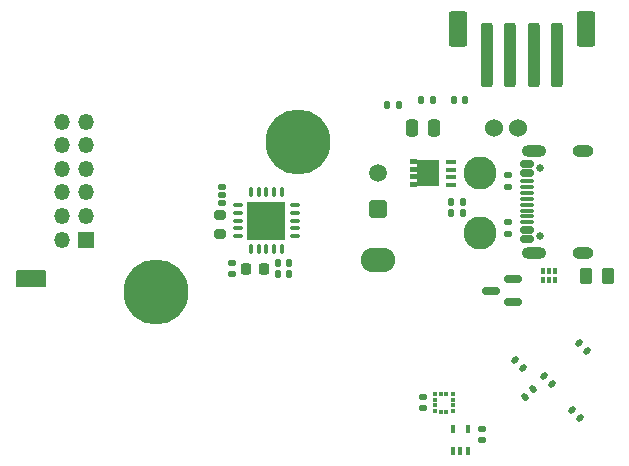
<source format=gbr>
%TF.GenerationSoftware,KiCad,Pcbnew,8.0.7*%
%TF.CreationDate,2024-12-18T08:34:55+08:00*%
%TF.ProjectId,SB-main-board,53422d6d-6169-46e2-9d62-6f6172642e6b,B1*%
%TF.SameCoordinates,Original*%
%TF.FileFunction,Soldermask,Bot*%
%TF.FilePolarity,Negative*%
%FSLAX46Y46*%
G04 Gerber Fmt 4.6, Leading zero omitted, Abs format (unit mm)*
G04 Created by KiCad (PCBNEW 8.0.7) date 2024-12-18 08:34:55*
%MOMM*%
%LPD*%
G01*
G04 APERTURE LIST*
G04 Aperture macros list*
%AMRoundRect*
0 Rectangle with rounded corners*
0 $1 Rounding radius*
0 $2 $3 $4 $5 $6 $7 $8 $9 X,Y pos of 4 corners*
0 Add a 4 corners polygon primitive as box body*
4,1,4,$2,$3,$4,$5,$6,$7,$8,$9,$2,$3,0*
0 Add four circle primitives for the rounded corners*
1,1,$1+$1,$2,$3*
1,1,$1+$1,$4,$5*
1,1,$1+$1,$6,$7*
1,1,$1+$1,$8,$9*
0 Add four rect primitives between the rounded corners*
20,1,$1+$1,$2,$3,$4,$5,0*
20,1,$1+$1,$4,$5,$6,$7,0*
20,1,$1+$1,$6,$7,$8,$9,0*
20,1,$1+$1,$8,$9,$2,$3,0*%
%AMFreePoly0*
4,1,21,1.545000,0.775000,0.925000,0.775000,0.925000,0.525000,1.545000,0.525000,1.545000,0.125000,0.925000,0.125000,0.925000,-0.125000,1.545000,-0.125000,1.545000,-0.525000,0.925000,-0.525000,0.925000,-0.775000,1.545000,-0.775000,1.545000,-1.175000,0.925000,-1.175000,0.925000,-1.125000,-0.925000,-1.125000,-0.925000,1.125000,0.925000,1.125000,0.925000,1.175000,1.545000,1.175000,
1.545000,0.775000,1.545000,0.775000,$1*%
G04 Aperture macros list end*
%ADD10C,2.800000*%
%ADD11C,1.524000*%
%ADD12O,2.900000X2.100000*%
%ADD13RoundRect,0.250001X0.499999X0.499999X-0.499999X0.499999X-0.499999X-0.499999X0.499999X-0.499999X0*%
%ADD14C,1.500000*%
%ADD15C,5.500000*%
%ADD16R,1.350000X1.350000*%
%ADD17O,1.350000X1.350000*%
%ADD18RoundRect,0.140000X-0.219203X-0.021213X-0.021213X-0.219203X0.219203X0.021213X0.021213X0.219203X0*%
%ADD19RoundRect,0.075000X-0.337500X-0.075000X0.337500X-0.075000X0.337500X0.075000X-0.337500X0.075000X0*%
%ADD20RoundRect,0.075000X-0.075000X-0.337500X0.075000X-0.337500X0.075000X0.337500X-0.075000X0.337500X0*%
%ADD21R,3.250000X3.250000*%
%ADD22RoundRect,0.200000X-0.275000X0.200000X-0.275000X-0.200000X0.275000X-0.200000X0.275000X0.200000X0*%
%ADD23RoundRect,0.140000X-0.170000X0.140000X-0.170000X-0.140000X0.170000X-0.140000X0.170000X0.140000X0*%
%ADD24RoundRect,0.140000X-0.140000X-0.170000X0.140000X-0.170000X0.140000X0.170000X-0.140000X0.170000X0*%
%ADD25RoundRect,0.135000X-0.185000X0.135000X-0.185000X-0.135000X0.185000X-0.135000X0.185000X0.135000X0*%
%ADD26RoundRect,0.250000X-0.262500X-0.450000X0.262500X-0.450000X0.262500X0.450000X-0.262500X0.450000X0*%
%ADD27RoundRect,0.140000X0.021213X-0.219203X0.219203X-0.021213X-0.021213X0.219203X-0.219203X0.021213X0*%
%ADD28RoundRect,0.140000X0.219203X0.021213X0.021213X0.219203X-0.219203X-0.021213X-0.021213X-0.219203X0*%
%ADD29RoundRect,0.218750X0.218750X0.256250X-0.218750X0.256250X-0.218750X-0.256250X0.218750X-0.256250X0*%
%ADD30RoundRect,0.250000X-0.250000X-2.500000X0.250000X-2.500000X0.250000X2.500000X-0.250000X2.500000X0*%
%ADD31RoundRect,0.250000X-0.550000X-1.250000X0.550000X-1.250000X0.550000X1.250000X-0.550000X1.250000X0*%
%ADD32RoundRect,0.250000X-0.250000X-0.475000X0.250000X-0.475000X0.250000X0.475000X-0.250000X0.475000X0*%
%ADD33RoundRect,0.150000X0.587500X0.150000X-0.587500X0.150000X-0.587500X-0.150000X0.587500X-0.150000X0*%
%ADD34RoundRect,0.140000X0.140000X0.170000X-0.140000X0.170000X-0.140000X-0.170000X0.140000X-0.170000X0*%
%ADD35C,0.650000*%
%ADD36RoundRect,0.150000X-0.425000X0.150000X-0.425000X-0.150000X0.425000X-0.150000X0.425000X0.150000X0*%
%ADD37RoundRect,0.075000X-0.500000X0.075000X-0.500000X-0.075000X0.500000X-0.075000X0.500000X0.075000X0*%
%ADD38O,1.800000X1.000000*%
%ADD39O,2.100000X1.000000*%
%ADD40RoundRect,0.135000X0.135000X0.185000X-0.135000X0.185000X-0.135000X-0.185000X0.135000X-0.185000X0*%
%ADD41RoundRect,0.100000X0.100000X-0.225000X0.100000X0.225000X-0.100000X0.225000X-0.100000X-0.225000X0*%
%ADD42RoundRect,0.100000X0.315000X0.100000X-0.315000X0.100000X-0.315000X-0.100000X0.315000X-0.100000X0*%
%ADD43FreePoly0,180.000000*%
%ADD44RoundRect,0.135000X0.185000X-0.135000X0.185000X0.135000X-0.185000X0.135000X-0.185000X-0.135000X0*%
%ADD45R,0.375000X0.350000*%
%ADD46R,0.350000X0.375000*%
%ADD47RoundRect,0.037500X0.087500X0.237500X-0.087500X0.237500X-0.087500X-0.237500X0.087500X-0.237500X0*%
%ADD48RoundRect,0.060000X0.140000X0.215000X-0.140000X0.215000X-0.140000X-0.215000X0.140000X-0.215000X0*%
G04 APERTURE END LIST*
D10*
%TO.C,J1*%
X113482830Y-87877964D03*
X113482830Y-82797964D03*
D11*
X114712830Y-78947964D03*
X116712830Y-78947964D03*
%TD*%
D12*
%TO.C,J5*%
X104905330Y-90117964D03*
D13*
X104905330Y-85797964D03*
D14*
X104905330Y-82797964D03*
%TD*%
D15*
%TO.C,H2*%
X86086330Y-92876664D03*
%TD*%
%TO.C,H1*%
X98070330Y-80105664D03*
%TD*%
D16*
%TO.C,J9*%
X80156472Y-88406664D03*
D17*
X78156472Y-88406664D03*
X80156472Y-86406664D03*
X78156472Y-86406664D03*
X80156472Y-84406664D03*
X78156472Y-84406664D03*
X80156472Y-82406664D03*
X78156472Y-82406664D03*
X80156472Y-80406664D03*
X78156472Y-80406664D03*
X80156472Y-78406664D03*
X78156472Y-78406664D03*
%TD*%
D18*
%TO.C,C5*%
X116458621Y-98587406D03*
X117137443Y-99266228D03*
%TD*%
D19*
%TO.C,U9*%
X92992830Y-88095664D03*
X92992830Y-87445664D03*
X92992830Y-86795664D03*
X92992830Y-86145664D03*
X92992830Y-85495664D03*
D20*
X94130330Y-84358164D03*
X94780330Y-84358164D03*
X95430330Y-84358164D03*
X96080330Y-84358164D03*
X96730330Y-84358164D03*
D19*
X97867830Y-85495664D03*
X97867830Y-86145664D03*
X97867830Y-86795664D03*
X97867830Y-87445664D03*
X97867830Y-88095664D03*
D20*
X96730330Y-89233164D03*
X96080330Y-89233164D03*
X95430330Y-89233164D03*
X94780330Y-89233164D03*
X94130330Y-89233164D03*
D21*
X95430330Y-86795664D03*
%TD*%
D22*
%TO.C,R17*%
X91466330Y-86295664D03*
X91466330Y-87945664D03*
%TD*%
D23*
%TO.C,C30*%
X108712829Y-101715664D03*
X108712829Y-102675664D03*
%TD*%
D24*
%TO.C,C31*%
X96382832Y-90405665D03*
X97342832Y-90405665D03*
%TD*%
%TO.C,C23*%
X108536122Y-76561165D03*
X109496122Y-76561165D03*
%TD*%
D25*
%TO.C,R9*%
X115866722Y-82923665D03*
X115866722Y-83943665D03*
%TD*%
D26*
%TO.C,R7*%
X122509422Y-91485664D03*
X124334422Y-91485664D03*
%TD*%
D27*
%TO.C,C9*%
X117307149Y-101728450D03*
X117985971Y-101049628D03*
%TD*%
D18*
%TO.C,C10*%
X121869508Y-97166091D03*
X122548330Y-97844913D03*
%TD*%
D28*
%TO.C,C4*%
X119599666Y-100597079D03*
X118920844Y-99918257D03*
%TD*%
D24*
%TO.C,C32*%
X96382832Y-91325664D03*
X97342832Y-91325664D03*
%TD*%
D29*
%TO.C,FB1*%
X95242831Y-90865664D03*
X93667829Y-90865664D03*
%TD*%
D30*
%TO.C,J3*%
X120076330Y-72805664D03*
X118076330Y-72805664D03*
X116076330Y-72805664D03*
X114076330Y-72805664D03*
D31*
X122476330Y-70555664D03*
X111676330Y-70555664D03*
%TD*%
D32*
%TO.C,C26*%
X107737723Y-78946165D03*
X109637723Y-78946165D03*
%TD*%
D33*
%TO.C,U10*%
X116340330Y-91765664D03*
X116340330Y-93665664D03*
X114465330Y-92715664D03*
%TD*%
D23*
%TO.C,C29*%
X113720330Y-104405664D03*
X113720330Y-105365664D03*
%TD*%
D34*
%TO.C,C24*%
X112239322Y-76561165D03*
X111279322Y-76561165D03*
%TD*%
D18*
%TO.C,C8*%
X121298023Y-102861122D03*
X121976845Y-103539944D03*
%TD*%
D35*
%TO.C,J2*%
X118582722Y-82303664D03*
X118582722Y-88083664D03*
D36*
X117507722Y-81993664D03*
X117507722Y-82793664D03*
D37*
X117507722Y-83943664D03*
X117507722Y-84943664D03*
X117507722Y-85443664D03*
X117507722Y-86443664D03*
D36*
X117507722Y-87593664D03*
X117507722Y-88393664D03*
X117507722Y-88393664D03*
X117507722Y-87593664D03*
D37*
X117507722Y-86943664D03*
X117507722Y-85943664D03*
X117507722Y-84443664D03*
X117507722Y-83443664D03*
D36*
X117507722Y-82793664D03*
X117507722Y-81993664D03*
D38*
X122262722Y-80873664D03*
D39*
X118082722Y-80873664D03*
D38*
X122262722Y-89513664D03*
D39*
X118082722Y-89513664D03*
%TD*%
D40*
%TO.C,R19*%
X112105330Y-85185664D03*
X111085330Y-85185664D03*
%TD*%
D41*
%TO.C,U7*%
X112492830Y-106305664D03*
X111842830Y-106305663D03*
X111192830Y-106305664D03*
X111192830Y-104405664D03*
X112492830Y-104405664D03*
%TD*%
D34*
%TO.C,C25*%
X106637722Y-76983665D03*
X105677722Y-76983665D03*
%TD*%
D23*
%TO.C,S1*%
X91706330Y-83930664D03*
X91706330Y-84616464D03*
X91706330Y-85302264D03*
%TD*%
D42*
%TO.C,Q1*%
X111085330Y-81822964D03*
X111085330Y-82472964D03*
X111085330Y-83122964D03*
X111085330Y-83772964D03*
D43*
X109145330Y-82797964D03*
%TD*%
D40*
%TO.C,R20*%
X112105330Y-86155664D03*
X111085330Y-86155664D03*
%TD*%
D23*
%TO.C,C36*%
X92492832Y-90365664D03*
X92492832Y-91325664D03*
%TD*%
D44*
%TO.C,R8*%
X115866722Y-87963663D03*
X115866722Y-86943663D03*
%TD*%
D45*
%TO.C,U8*%
X111192830Y-101445664D03*
X111192830Y-101945664D03*
X111192830Y-102445664D03*
X111192830Y-102945664D03*
D46*
X110680330Y-102958164D03*
X110180330Y-102958164D03*
D45*
X109667830Y-102945664D03*
X109667830Y-102445664D03*
X109667830Y-101945664D03*
X109667830Y-101445664D03*
D46*
X110180330Y-101433164D03*
X110680330Y-101433164D03*
%TD*%
D47*
%TO.C,D3*%
X119840520Y-91815664D03*
X119340520Y-91815664D03*
D48*
X118840520Y-91815664D03*
X118840520Y-91045664D03*
D47*
X119340520Y-91045664D03*
X119840520Y-91045664D03*
%TD*%
G36*
X76752024Y-91023970D02*
G01*
X76770330Y-91068164D01*
X76770330Y-92343164D01*
X76752024Y-92387358D01*
X76707830Y-92405664D01*
X74332830Y-92405664D01*
X74288636Y-92387358D01*
X74270330Y-92343164D01*
X74270330Y-91068164D01*
X74288636Y-91023970D01*
X74332830Y-91005664D01*
X76707830Y-91005664D01*
X76752024Y-91023970D01*
G37*
M02*

</source>
